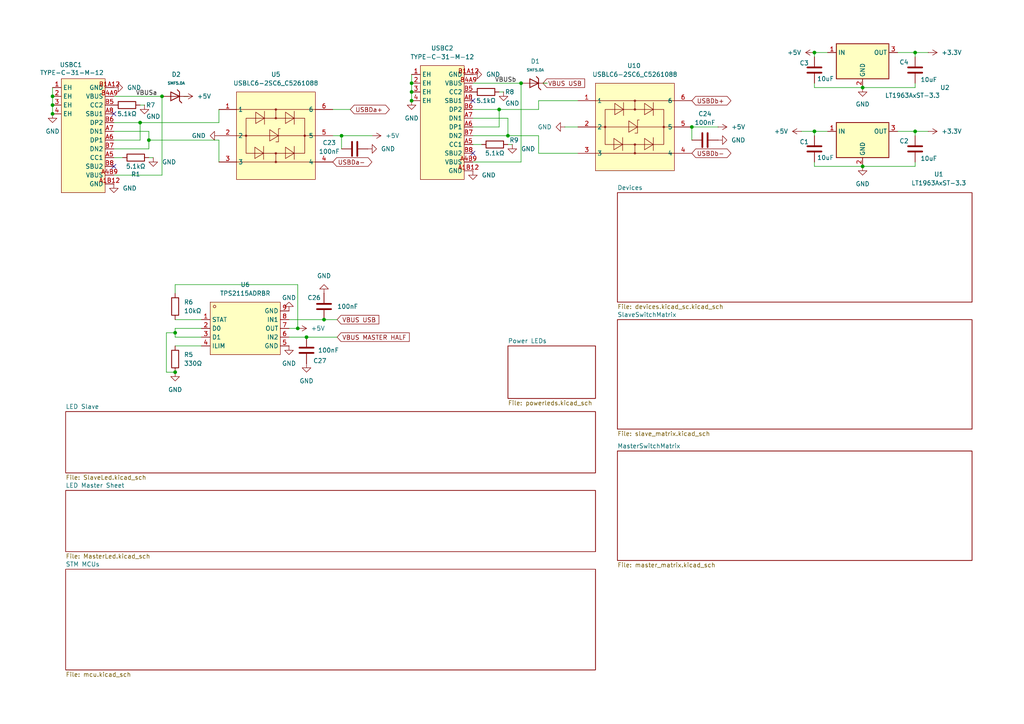
<source format=kicad_sch>
(kicad_sch (version 20250114) (generator "eeschema") (generator_version "9.0")
  (paper "A4")
  (title_block (title "Yellow Panda Split Keyboard"))
  (lib_symbols
    (symbol "Device:C" (pin_numbers (hide yes)) (pin_names (offset 0.254))
      (property "Reference" "C" (at 0.635 2.54 0))
      (property "Value" "C" (at 0.635 -2.54 0))
      (symbol "C_0_1"
        (polyline (pts (xy -2.032 0.762) (xy 2.032 0.762)) (stroke (width 0.508)))
        (polyline (pts (xy -2.032 -0.762) (xy 2.032 -0.762)) (stroke (width 0.508)))
      )
      (symbol "C_1_1"
        (pin passive line (at 0 3.81 270) (length 2.794) (name "~") (number "1"))
        (pin passive line (at 0 -3.81 90) (length 2.794) (name "~") (number "2"))
      )
    )
    (symbol "Device:R" (pin_numbers (hide yes)) (pin_names (offset 0))
      (property "Reference" "R" (at 2.032 0 90))
      (property "Value" "R" (at 0 0 90))
      (symbol "R_0_1"
        (rectangle (start -1.016 -2.54) (end 1.016 2.54) (stroke (width 0.254)))
      )
      (symbol "R_1_1"
        (pin passive line (at 0 3.81 270) (length 1.27) (name "~") (number "1"))
        (pin passive line (at 0 -3.81 90) (length 1.27) (name "~") (number "2"))
      )
    )
    (symbol "PCM_JLCPCB-Diodes:TVS-Uni,SMF5.0A" (pin_numbers (hide yes)) (pin_names (offset 0))
      (property "Reference" "D" (at 2.032 0.834 0))
      (property "Value" "SMF5.0A" (at 2.032 -1.2122 0))
      (symbol "TVS-Uni,SMF5.0A_0_1"
        (polyline (pts (xy -1.905 -1.905) (xy -1.27 -1.27) (xy 1.27 -1.27) (xy 1.905 -0.635)) (stroke (width 0.254)))
        (polyline (pts (xy -1.27 1.27) (xy 0 -1.27) (xy 1.27 1.27) (xy -1.27 1.27)) (stroke (width 0.254)))
      )
      (symbol "TVS-Uni,SMF5.0A_1_1"
        (pin passive line (at 0 3.81 270) (length 3.81) (name "~") (number "2"))
        (pin passive line (at 0 -3.81 90) (length 3.81) (name "~") (number "1"))
      )
    )
    (symbol "Regulator_Linear:LT1963AxST-3.3"
      (property "Reference" "U" (at -7.62 6.35 0))
      (property "Value" "LT1963AxST-3.3" (at -1.27 6.35 0))
      (symbol "LT1963AxST-3.3_0_1"
        (rectangle (start -7.62 5.08) (end 7.62 -5.08) (stroke (width 0.254)) (fill (type background)))
      )
      (symbol "LT1963AxST-3.3_1_1"
        (pin power_in line (at -10.16 2.54 0) (length 2.54) (name "IN") (number "1"))
        (pin power_in line (at 0 -7.62 90) (length 2.54) (name "GND") (number "2"))
        (pin power_out line (at 10.16 2.54 180) (length 2.54) (name "OUT") (number "3"))
      )
    )
    (symbol "easyeda2kicad:TPS2115ADRBR"
      (property "Reference" "U" (at 0 10.16 0))
      (property "Value" "TPS2115ADRBR" (at 0 -10.16 0))
      (symbol "TPS2115ADRBR_0_1"
        (rectangle (start -10.16 7.62) (end 10.16 -7.62) (fill (type background)))
        (circle (center -8.89 6.35) (radius 0.38))
        (pin unspecified line (at -12.7 2.54 0) (length 2.54) (name "STAT") (number "1"))
        (pin unspecified line (at -12.7 0 0) (length 2.54) (name "D0") (number "2"))
        (pin unspecified line (at -12.7 -2.54 0) (length 2.54) (name "D1") (number "3"))
        (pin unspecified line (at -12.7 -5.08 0) (length 2.54) (name "ILIM") (number "4"))
        (pin unspecified line (at 12.7 5.08 180) (length 2.54) (name "GND") (number "9"))
        (pin unspecified line (at 12.7 2.54 180) (length 2.54) (name "IN1") (number "8"))
        (pin unspecified line (at 12.7 0 180) (length 2.54) (name "OUT") (number "7"))
        (pin unspecified line (at 12.7 -2.54 180) (length 2.54) (name "IN2") (number "6"))
        (pin unspecified line (at 12.7 -5.08 180) (length 2.54) (name "GND") (number "5"))
      )
    )
    (symbol "easyeda2kicad:TYPE-C-31-M-12"
      (property "Reference" "USBC" (at 0 19.05 0))
      (property "Value" "TYPE-C-31-M-12" (at 0 -19.05 0))
      (symbol "TYPE-C-31-M-12_0_1"
        (rectangle (start -6.35 16.51) (end 6.35 -16.51) (fill (type background)))
        (pin unspecified line (at -8.89 13.97 0) (length 2.54) (name "GND") (number "A1B12"))
        (pin unspecified line (at -8.89 11.43 0) (length 2.54) (name "VBUS") (number "A4B9"))
        (pin unspecified line (at -8.89 8.89 0) (length 2.54) (name "SBU2") (number "B8"))
        (pin unspecified line (at -8.89 6.35 0) (length 2.54) (name "CC1") (number "A5"))
        (pin unspecified line (at -8.89 3.81 0) (length 2.54) (name "DN2") (number "B7"))
        (pin unspecified line (at -8.89 1.27 0) (length 2.54) (name "DP1") (number "A6"))
        (pin unspecified line (at -8.89 -1.27 0) (length 2.54) (name "DN1") (number "A7"))
        (pin unspecified line (at -8.89 -3.81 0) (length 2.54) (name "DP2") (number "B6"))
        (pin unspecified line (at -8.89 -6.35 0) (length 2.54) (name "SBU1") (number "A8"))
        (pin unspecified line (at -8.89 -8.89 0) (length 2.54) (name "CC2") (number "B5"))
        (pin unspecified line (at -8.89 -11.43 0) (length 2.54) (name "VBUS") (number "B4A9"))
        (pin unspecified line (at -8.89 -13.97 0) (length 2.54) (name "GND") (number "B1A12"))
        (pin unspecified line (at 8.89 -6.35 180) (length 2.54) (name "EH") (number "4"))
        (pin unspecified line (at 8.89 -8.89 180) (length 2.54) (name "EH") (number "3"))
        (pin unspecified line (at 8.89 -11.43 180) (length 2.54) (name "EH") (number "2"))
        (pin unspecified line (at 8.89 -13.97 180) (length 2.54) (name "EH") (number "1"))
      )
    )
    (symbol "easyeda2kicad:USBLC6-2SC6_C5261088"
      (property "Reference" "U" (at 0 12.7 0))
      (property "Value" "USBLC6-2SC6_C5261088" (at 0 -12.7 0))
      (symbol "USBLC6-2SC6_C5261088_0_1"
        (rectangle (start -11.43 12.7) (end 11.43 -12.7) (fill (type background)))
        (polyline (pts (xy -11.43 7.62) (xy 11.43 7.62)))
        (polyline (pts (xy -11.43 0) (xy 11.43 0)))
        (polyline (pts (xy -11.43 -7.62) (xy 11.43 -7.62)))
        (circle (center -8.64 0) (radius 0.25))
        (polyline (pts (xy -8.64 0) (xy -8.64 5.08) (xy 8.38 5.08) (xy 8.38 -5.08) (xy -8.64 -5.08) (xy -8.64 0)) (fill (type background)))
        (polyline (pts (xy -6.1 -6.6) (xy -3.56 -5.08) (xy -6.1 -3.3) (xy -6.1 -6.6)) (fill (type background)))
        (polyline (pts (xy -5.84 3.56) (xy -3.3 5.08) (xy -5.84 6.86) (xy -5.84 3.56)) (fill (type background)))
        (polyline (pts (xy -3.56 -3.05) (xy -3.56 -3.05) (xy -3.56 -6.86) (xy -3.56 -6.86)))
        (polyline (pts (xy -3.3 7.11) (xy -3.3 7.11) (xy -3.3 3.3) (xy -3.3 3.3)))
        (polyline (pts (xy -1.78 -1.52) (xy 0.76 0) (xy -1.78 1.78) (xy -1.78 -1.52)) (fill (type background)))
        (circle (center 0 7.62) (radius 0.25))
        (polyline (pts (xy 0 7.62) (xy 0 5.08)))
        (circle (center 0 5.08) (radius 0.25))
        (circle (center 0 -5.08) (radius 0.25))
        (polyline (pts (xy 0 -7.62) (xy 0 -5.08)))
        (circle (center 0 -7.62) (radius 0.25))
        (polyline (pts (xy 1.27 2.03) (xy 0.76 2.03) (xy 0.76 -1.78) (xy 0 -1.78)))
        (polyline (pts (xy 2.79 3.56) (xy 5.33 5.08) (xy 2.79 6.86) (xy 2.79 3.56)) (fill (type background)))
        (polyline (pts (xy 2.79 -6.6) (xy 5.33 -5.08) (xy 2.79 -3.3) (xy 2.79 -6.6)) (fill (type background)))
        (polyline (pts (xy 5.33 7.11) (xy 5.33 7.11) (xy 5.33 3.3) (xy 5.33 3.3)))
        (polyline (pts (xy 5.33 -3.05) (xy 5.33 -3.05) (xy 5.33 -6.86) (xy 5.33 -6.86)))
        (circle (center 8.38 0) (radius 0.25))
        (pin input line (at -16.51 7.62 0) (length 5.08) (name "1") (number "1"))
        (pin input line (at -16.51 0 0) (length 5.08) (name "2") (number "2"))
        (pin input line (at -16.51 -7.62 0) (length 5.08) (name "3") (number "3"))
        (pin input line (at 16.51 7.62 180) (length 5.08) (name "6") (number "6"))
        (pin input line (at 16.51 0 180) (length 5.08) (name "5") (number "5"))
        (pin input line (at 16.51 -7.62 180) (length 5.08) (name "4") (number "4"))
      )
    )
    (symbol "power:+3.3V" (power) (pin_numbers (hide yes)) (pin_names (offset 0) (hide yes))
      (property "Value" "+3.3V" (at 0 3.556 0))
      (symbol "+3.3V_0_1"
        (polyline (pts (xy -0.762 1.27) (xy 0 2.54)))
        (polyline (pts (xy 0 2.54) (xy 0.762 1.27)))
        (polyline (pts (xy 0 0) (xy 0 2.54)))
      )
      (symbol "+3.3V_1_1"
        (pin power_in line (at 0 0 90) (length 0) (name "~") (number "1"))
      )
    )
    (symbol "power:+5V" (power) (pin_numbers (hide yes)) (pin_names (offset 0) (hide yes))
      (property "Value" "+5V" (at 0 3.556 0))
      (symbol "+5V_0_1"
        (polyline (pts (xy -0.762 1.27) (xy 0 2.54)))
        (polyline (pts (xy 0 2.54) (xy 0.762 1.27)))
        (polyline (pts (xy 0 0) (xy 0 2.54)))
      )
      (symbol "+5V_1_1"
        (pin power_in line (at 0 0 90) (length 0) (name "~") (number "1"))
      )
    )
    (symbol "power:GND" (power) (pin_numbers (hide yes)) (pin_names (offset 0) (hide yes))
      (property "Value" "GND" (at 0 -3.81 0))
      (symbol "GND_0_1"
        (polyline (pts (xy 0 0) (xy 0 -1.27) (xy 1.27 -1.27) (xy 0 -2.54) (xy -1.27 -1.27) (xy 0 -1.27)))
      )
      (symbol "GND_1_1"
        (pin power_in line (at 0 0 270) (length 0) (name "~") (number "1"))
      )
    )
  )
  (junction (at 15.24 27.94))
  (junction (at 40.64 35.56))
  (junction (at 200.66 36.83))
  (junction (at 46.99 27.94))
  (junction (at 250.19 25.4))
  (junction (at 119.38 24.13))
  (junction (at 99.06 39.37))
  (junction (at 43.18 40.64))
  (junction (at 250.19 48.26))
  (junction (at 93.98 92.71))
  (junction (at 236.22 15.24))
  (junction (at 265.43 15.24))
  (junction (at 236.22 38.1))
  (junction (at 265.43 38.1))
  (junction (at 50.8 96.52))
  (junction (at 50.8 107.95))
  (junction (at 119.38 26.67))
  (junction (at 151.13 24.13))
  (junction (at 15.24 30.48))
  (junction (at 119.38 29.21))
  (junction (at 144.78 31.75))
  (junction (at 88.9 97.79))
  (junction (at 147.32 39.37))
  (junction (at 86.36 95.25))
  (junction (at 15.24 33.02))
  (no_connect (at 33.02 33.02))
  (no_connect (at 137.16 29.21))
  (no_connect (at 137.16 44.45))
  (no_connect (at 33.02 48.26))
  (wire (pts (xy 147.32 39.37) (xy 156.21 39.37)))
  (wire (pts (xy 250.19 48.26) (xy 236.22 48.26)))
  (wire (pts (xy 137.16 46.99) (xy 151.13 46.99)))
  (wire (pts (xy 86.36 82.55) (xy 50.8 82.55)))
  (wire (pts (xy 236.22 25.4) (xy 236.22 24.13)))
  (wire (pts (xy 250.19 25.4) (xy 265.43 25.4)))
  (wire (pts (xy 48.26 107.95) (xy 50.8 107.95)))
  (wire (pts (xy 43.18 40.64) (xy 63.5 40.64)))
  (wire (pts (xy 33.02 43.18) (xy 43.18 43.18)))
  (wire (pts (xy 86.36 95.25) (xy 86.36 82.55)))
  (wire (pts (xy 50.8 92.71) (xy 58.42 92.71)))
  (wire (pts (xy 156.21 44.45) (xy 167.64 44.45)))
  (wire (pts (xy 50.8 97.79) (xy 58.42 97.79)))
  (wire (pts (xy 265.43 25.4) (xy 265.43 24.13)))
  (wire (pts (xy 158.75 24.13) (xy 157.48 24.13)))
  (wire (pts (xy 50.8 82.55) (xy 50.8 85.09)))
  (wire (pts (xy 137.16 39.37) (xy 147.32 39.37)))
  (wire (pts (xy 250.19 25.4) (xy 236.22 25.4)))
  (wire (pts (xy 200.66 40.64) (xy 200.66 36.83)))
  (wire (pts (xy 236.22 39.37) (xy 236.22 38.1)))
  (wire (pts (xy 63.5 35.56) (xy 63.5 31.75)))
  (wire (pts (xy 265.43 48.26) (xy 265.43 46.99)))
  (wire (pts (xy 265.43 39.37) (xy 265.43 38.1)))
  (wire (pts (xy 137.16 36.83) (xy 144.78 36.83)))
  (wire (pts (xy 63.5 40.64) (xy 63.5 46.99)))
  (wire (pts (xy 15.24 30.48) (xy 15.24 33.02)))
  (wire (pts (xy 33.02 27.94) (xy 46.99 27.94)))
  (wire (pts (xy 83.82 95.25) (xy 86.36 95.25)))
  (wire (pts (xy 151.13 46.99) (xy 151.13 24.13)))
  (wire (pts (xy 265.43 15.24) (xy 269.24 15.24)))
  (wire (pts (xy 40.64 35.56) (xy 33.02 35.56)))
  (wire (pts (xy 119.38 24.13) (xy 119.38 26.67)))
  (wire (pts (xy 144.78 36.83) (xy 144.78 31.75)))
  (wire (pts (xy 137.16 41.91) (xy 139.7 41.91)))
  (wire (pts (xy 236.22 38.1) (xy 240.03 38.1)))
  (wire (pts (xy 83.82 92.71) (xy 93.98 92.71)))
  (wire (pts (xy 97.79 92.71) (xy 93.98 92.71)))
  (wire (pts (xy 43.18 38.1) (xy 33.02 38.1)))
  (wire (pts (xy 265.43 38.1) (xy 269.24 38.1)))
  (wire (pts (xy 156.21 39.37) (xy 156.21 44.45)))
  (wire (pts (xy 147.32 41.91) (xy 148.59 41.91)))
  (wire (pts (xy 15.24 25.4) (xy 15.24 27.94)))
  (wire (pts (xy 144.78 26.67) (xy 146.05 26.67)))
  (wire (pts (xy 147.32 34.29) (xy 147.32 39.37)))
  (wire (pts (xy 260.35 38.1) (xy 265.43 38.1)))
  (wire (pts (xy 99.06 43.18) (xy 99.06 39.37)))
  (wire (pts (xy 50.8 95.25) (xy 58.42 95.25)))
  (wire (pts (xy 15.24 27.94) (xy 15.24 30.48)))
  (wire (pts (xy 236.22 15.24) (xy 240.03 15.24)))
  (wire (pts (xy 107.95 39.37) (xy 99.06 39.37)))
  (wire (pts (xy 144.78 31.75) (xy 137.16 31.75)))
  (wire (pts (xy 156.21 29.21) (xy 167.64 29.21)))
  (wire (pts (xy 250.19 48.26) (xy 265.43 48.26)))
  (wire (pts (xy 144.78 31.75) (xy 156.21 31.75)))
  (wire (pts (xy 43.18 40.64) (xy 43.18 38.1)))
  (wire (pts (xy 33.02 50.8) (xy 46.99 50.8)))
  (wire (pts (xy 43.18 45.72) (xy 44.45 45.72)))
  (wire (pts (xy 43.18 43.18) (xy 43.18 40.64)))
  (wire (pts (xy 119.38 21.59) (xy 119.38 24.13)))
  (wire (pts (xy 50.8 95.25) (xy 50.8 96.52)))
  (wire (pts (xy 99.06 39.37) (xy 96.52 39.37)))
  (wire (pts (xy 156.21 31.75) (xy 156.21 29.21)))
  (wire (pts (xy 50.8 100.33) (xy 58.42 100.33)))
  (wire (pts (xy 167.64 36.83) (xy 163.83 36.83)))
  (wire (pts (xy 48.26 96.52) (xy 50.8 96.52)))
  (wire (pts (xy 101.6 31.75) (xy 96.52 31.75)))
  (wire (pts (xy 236.22 16.51) (xy 236.22 15.24)))
  (wire (pts (xy 260.35 15.24) (xy 265.43 15.24)))
  (wire (pts (xy 48.26 96.52) (xy 48.26 107.95)))
  (wire (pts (xy 33.02 45.72) (xy 35.56 45.72)))
  (wire (pts (xy 88.9 97.79) (xy 83.82 97.79)))
  (wire (pts (xy 147.32 34.29) (xy 137.16 34.29)))
  (wire (pts (xy 119.38 26.67) (xy 119.38 29.21)))
  (wire (pts (xy 40.64 30.48) (xy 41.91 30.48)))
  (wire (pts (xy 46.99 50.8) (xy 46.99 27.94)))
  (wire (pts (xy 40.64 40.64) (xy 40.64 35.56)))
  (wire (pts (xy 137.16 24.13) (xy 151.13 24.13)))
  (wire (pts (xy 54.61 27.94) (xy 53.34 27.94)))
  (wire (pts (xy 50.8 96.52) (xy 50.8 97.79)))
  (wire (pts (xy 33.02 40.64) (xy 40.64 40.64)))
  (wire (pts (xy 40.64 35.56) (xy 63.5 35.56)))
  (wire (pts (xy 232.41 38.1) (xy 236.22 38.1)))
  (wire (pts (xy 265.43 16.51) (xy 265.43 15.24)))
  (wire (pts (xy 236.22 48.26) (xy 236.22 46.99)))
  (wire (pts (xy 97.79 97.79) (xy 88.9 97.79)))
  (wire (pts (xy 200.66 36.83) (xy 208.28 36.83)))
  (label "VBUSb" (at 143.51 24.13 0))
  (label "VBUSa" (at 39.37 27.94 0))
  (global_label "USBDb+" (shape bidirectional) (at 200.66 29.21 0) (property "Intersheetrefs" "${INTERSHEET_REFS}" (effects (hide yes))))
  (global_label "VBUS USB" (shape input) (at 157.48 24.13 0) (property "Intersheetrefs" "${INTERSHEET_REFS}" (effects (hide yes))))
  (global_label "USBDa+" (shape bidirectional) (at 101.6 31.75 0) (property "Intersheetrefs" "${INTERSHEET_REFS}" (effects (hide yes))))
  (global_label "VBUS MASTER HALF" (shape input) (at 97.79 97.79 0) (property "Intersheetrefs" "${INTERSHEET_REFS}" (effects (hide yes))))
  (global_label "VBUS USB" (shape input) (at 97.79 92.71 0) (property "Intersheetrefs" "${INTERSHEET_REFS}" (effects (hide yes))))
  (global_label "USBDa-" (shape bidirectional) (at 96.52 46.99 0) (property "Intersheetrefs" "${INTERSHEET_REFS}" (effects (hide yes))))
  (global_label "USBDb-" (shape bidirectional) (at 200.66 44.45 0) (property "Intersheetrefs" "${INTERSHEET_REFS}" (effects (hide yes))))
  (symbol (lib_id "power:GND") (at 93.98 85.09 180) (unit 1)
    (property "Reference" "#PWR0110" (effects (hide yes)))
    (property "Value" "GND" (at 93.98 80.01 0))
    (property "Description" "Power symbol creates a global label with name \"GND\" , ground" (effects (hide yes)))
  )
  (symbol (lib_id "power:+3.3V") (at 269.24 38.1 270) (unit 1)
    (property "Reference" "#PWR04" (effects (hide yes)))
    (property "Value" "+3.3V" (at 273.05 38.0999 90) (effects (justify left)))
    (property "Description" "Power symbol creates a global label with name \"+3.3V\"" (effects (hide yes)))
  )
  (symbol (lib_id "Device:R") (at 50.8 104.14 0) (unit 1)
    (property "Reference" "R5" (at 53.34 102.8699 0) (effects (justify left)))
    (property "Value" "330Ω" (at 53.34 105.4099 0) (effects (justify left)))
    (property "Footprint" "Resistor_SMD:R_0805_2012Metric" (effects (hide yes)))
    (property "Description" "Resistor" (effects (hide yes)))
    (property "LCSC" "C17630" (effects (hide yes)))
    (property "LCSC Part" "C17630" (effects (hide yes)))
  )
  (symbol (lib_id "power:GND") (at 137.16 21.59 90) (unit 1)
    (property "Reference" "#PWR0201" (effects (hide yes)))
    (property "Value" "GND" (at 140.97 21.5899 90) (effects (justify right)))
    (property "Description" "Power symbol creates a global label with name \"GND\" , ground" (effects (hide yes)))
  )
  (symbol (lib_id "Device:C") (at 236.22 20.32 0) (unit 1)
    (property "Reference" "C3" (at 231.902 18.288 0) (effects (justify left)))
    (property "Value" "10uF" (at 236.982 22.86 0) (effects (justify left)))
    (property "Footprint" "Capacitor_SMD:C_1206_3216Metric" (effects (hide yes)))
    (property "Description" "Unpolarized capacitor" (effects (hide yes)))
    (property "LCSC" "C13585" (effects (hide yes)))
    (property "LCSC Part" "C13585" (effects (hide yes)))
  )
  (symbol (lib_id "power:GND") (at 41.91 30.48 0) (unit 1)
    (property "Reference" "#PWR0183" (effects (hide yes)))
    (property "Value" "GND" (at 42.418 33.782 0) (effects (justify left)))
    (property "Description" "Power symbol creates a global label with name \"GND\" , ground" (effects (hide yes)))
  )
  (symbol (lib_id "power:+3.3V") (at 269.24 15.24 270) (unit 1)
    (property "Reference" "#PWR0180" (effects (hide yes)))
    (property "Value" "+3.3V" (at 273.05 15.2399 90) (effects (justify left)))
    (property "Description" "Power symbol creates a global label with name \"+3.3V\"" (effects (hide yes)))
  )
  (symbol (lib_id "easyeda2kicad:TYPE-C-31-M-12") (at 128.27 35.56 180) (unit 1)
    (property "Reference" "USBC2" (at 128.27 13.97 0))
    (property "Value" "TYPE-C-31-M-12" (at 128.27 16.51 0))
    (property "Footprint" "easyeda2kicad:USB-C_SMD-TYPE-C-31-M-12_1" (effects (hide yes)))
    (property "Datasheet" "https://lcsc.com/product-detail/USB-Type-C_Korean-Hroparts-Elec-TYPE-C-31-M-12_C165948.html" (effects (hide yes)))
    (property "LCSC Part" "C165948" (effects (hide yes)))
    (property "LCSC" "C165948" (effects (hide yes)))
  )
  (symbol (lib_id "Device:C") (at 265.43 43.18 0) (unit 1)
    (property "Reference" "C2" (at 260.858 40.894 0) (effects (justify left)))
    (property "Value" "10uF" (at 266.954 45.974 0) (effects (justify left)))
    (property "Footprint" "Capacitor_SMD:C_1206_3216Metric" (effects (hide yes)))
    (property "Description" "Unpolarized capacitor" (effects (hide yes)))
    (property "LCSC" "C13585" (effects (hide yes)))
    (property "LCSC Part" "C13585" (effects (hide yes)))
  )
  (symbol (lib_id "power:+5V") (at 107.95 39.37 270) (unit 1)
    (property "Reference" "#PWR012" (effects (hide yes)))
    (property "Value" "+5V" (at 111.76 39.3699 90) (effects (justify left)))
    (property "Description" "Power symbol creates a global label with name \"+5V\"" (effects (hide yes)))
  )
  (symbol (lib_id "power:GND") (at 106.68 43.18 90) (unit 1)
    (property "Reference" "#PWR013" (effects (hide yes)))
    (property "Value" "GND" (at 110.49 43.1799 90) (effects (justify right)))
    (property "Description" "Power symbol creates a global label with name \"GND\" , ground" (effects (hide yes)))
  )
  (symbol (lib_id "PCM_JLCPCB-Diodes:TVS-Uni,SMF5.0A") (at 50.8 27.94 90) (unit 1)
    (property "Reference" "D2" (at 51.1175 21.59 90))
    (property "Value" "SMF5.0A" (at 51.1175 24.13 90) (effects (font (size 0.8 0.8))))
    (property "Footprint" "PCM_JLCPCB:D_SOD-123FL" (effects (hide yes)))
    (property "Datasheet" "https://wmsc.lcsc.com/wmsc/upload/file/pdf/v2/lcsc/2312041000_hongjiacheng-SMF5-0A_C19077497.pdf" (effects (hide yes)))
    (property "Description" "27.4A 7.3V 200W 6.4V Unidirectional 5V SOD-123FL ESD and Surge Protection (TVS/ESD) ROHS" (effects (hide yes)))
    (property "LCSC" "C19077497" (effects (hide yes)))
    (property "Stock" "158412" (effects (hide yes)))
    (property "Price" "0.028USD" (effects (hide yes)))
    (property "Process" "SMT" (effects (hide yes)))
    (property "Minimum Qty" "15" (effects (hide yes)))
    (property "Attrition Qty" "4" (effects (hide yes)))
    (property "Class" "Preferred Component" (effects (hide yes)))
    (property "Category" "Circuit Protection,ESD And Surge Protection (TVS/ESD)" (effects (hide yes)))
    (property "Manufacturer" "hongjiacheng" (effects (hide yes)))
    (property "Part" "SMF5.0A" (effects (hide yes)))
    (property "LCSC Part" "C19077497" (effects (hide yes)))
  )
  (symbol (lib_id "easyeda2kicad:USBLC6-2SC6_C5261088") (at 184.15 36.83 0) (unit 1)
    (property "Reference" "U10" (at 183.896 19.05 0))
    (property "Value" "USBLC6-2SC6_C5261088" (at 184.15 21.59 0))
    (property "Footprint" "easyeda2kicad:SOT-23-6_L2.9-W1.6-P0.95-LS2.8-BR" (effects (hide yes)))
    (property "LCSC Part" "C5261088" (effects (hide yes)))
    (property "LCSC" "C5261088" (effects (hide yes)))
  )
  (symbol (lib_id "power:GND") (at 208.28 40.64 90) (unit 1)
    (property "Reference" "#PWR041" (effects (hide yes)))
    (property "Value" "GND" (at 212.09 40.6399 90) (effects (justify right)))
    (property "Description" "Power symbol creates a global label with name \"GND\" , ground" (effects (hide yes)))
  )
  (symbol (lib_id "Device:R") (at 140.97 26.67 270) (unit 1)
    (property "Reference" "R8" (at 147.828 26.67 90))
    (property "Value" "5.1kΩ" (at 140.97 29.21 90))
    (property "Footprint" "Resistor_SMD:R_0603_1608Metric" (effects (hide yes)))
    (property "LCSC" "C2907114" (effects (hide yes)))
    (property "LCSC Part" "C2907114" (effects (hide yes)))
  )
  (symbol (lib_id "PCM_JLCPCB-Diodes:TVS-Uni,SMF5.0A") (at 154.94 24.13 90) (unit 1)
    (property "Reference" "D1" (at 155.2575 17.78 90))
    (property "Value" "SMF5.0A" (at 155.2575 20.32 90) (effects (font (size 0.8 0.8))))
    (property "Footprint" "PCM_JLCPCB:D_SOD-123FL" (effects (hide yes)))
    (property "Datasheet" "https://wmsc.lcsc.com/wmsc/upload/file/pdf/v2/lcsc/2312041000_hongjiacheng-SMF5-0A_C19077497.pdf" (effects (hide yes)))
    (property "Description" "27.4A 7.3V 200W 6.4V Unidirectional 5V SOD-123FL ESD and Surge Protection (TVS/ESD) ROHS" (effects (hide yes)))
    (property "LCSC" "C19077497" (effects (hide yes)))
    (property "Stock" "158412" (effects (hide yes)))
    (property "Price" "0.028USD" (effects (hide yes)))
    (property "Process" "SMT" (effects (hide yes)))
    (property "Minimum Qty" "15" (effects (hide yes)))
    (property "Attrition Qty" "4" (effects (hide yes)))
    (property "Class" "Preferred Component" (effects (hide yes)))
    (property "Category" "Circuit Protection,ESD And Surge Protection (TVS/ESD)" (effects (hide yes)))
    (property "Manufacturer" "hongjiacheng" (effects (hide yes)))
    (property "Part" "SMF5.0A" (effects (hide yes)))
    (property "LCSC Part" "C19077497" (effects (hide yes)))
  )
  (symbol (lib_id "Regulator_Linear:LT1963AxST-3.3") (at 250.19 40.64 0) (unit 1)
    (property "Reference" "U1" (at 272.288 50.546 0))
    (property "Value" "LT1963AxST-3.3" (at 272.288 53.086 0))
    (property "Footprint" "Package_TO_SOT_SMD:SOT-223-3_TabPin2" (effects (hide yes)))
    (property "Datasheet" "https://www.analog.com/media/en/technical-documentation/data-sheets/1963aff.pdf" (effects (hide yes)))
    (property "Description" "3.3V, 1.5A, Low Noise, Fast Transient Response LDO Regulator, SOT-223" (effects (hide yes)))
    (property "LCSC" "C6186" (effects (hide yes)))
    (property "LCSC Part" "C6186" (effects (hide yes)))
  )
  (symbol (lib_id "power:GND") (at 148.59 41.91 0) (unit 1)
    (property "Reference" "#PWR0188" (effects (hide yes)))
    (property "Value" "GND" (at 151.13 43.1799 0) (effects (justify left)))
    (property "Description" "Power symbol creates a global label with name \"GND\" , ground" (effects (hide yes)))
  )
  (symbol (lib_id "Device:C") (at 93.98 88.9 0) (unit 1)
    (property "Reference" "C26" (at 89.154 86.36 0) (effects (justify left)))
    (property "Value" "100nF" (at 97.79 88.9 0) (effects (justify left)))
    (property "Footprint" "Capacitor_SMD:C_0805_2012Metric" (effects (hide yes)))
    (property "Description" "Unpolarized capacitor" (effects (hide yes)))
    (property "LCSC" "C48579599" (effects (hide yes)))
    (property "LCSC Part" "C48579599" (effects (hide yes)))
  )
  (symbol (lib_id "Device:R") (at 143.51 41.91 270) (unit 1)
    (property "Reference" "R9" (at 149.098 40.64 90))
    (property "Value" "5.1kΩ" (at 143.51 44.45 90))
    (property "Footprint" "Resistor_SMD:R_0603_1608Metric" (effects (hide yes)))
    (property "LCSC" "C2907114" (effects (hide yes)))
    (property "LCSC Part" "C2907114" (effects (hide yes)))
  )
  (symbol (lib_id "power:GND") (at 15.24 33.02 0) (unit 1)
    (property "Reference" "#PWR015" (effects (hide yes)))
    (property "Value" "GND" (at 15.24 38.1 0))
    (property "Description" "Power symbol creates a global label with name \"GND\" , ground" (effects (hide yes)))
  )
  (symbol (lib_id "power:GND") (at 250.19 48.26 0) (unit 1)
    (property "Reference" "#PWR09" (effects (hide yes)))
    (property "Value" "GND" (at 250.19 53.34 0))
    (property "Description" "Power symbol creates a global label with name \"GND\" , ground" (effects (hide yes)))
  )
  (symbol (lib_id "power:+5V") (at 208.28 36.83 270) (unit 1)
    (property "Reference" "#PWR014" (effects (hide yes)))
    (property "Value" "+5V" (at 212.09 36.8299 90) (effects (justify left)))
    (property "Description" "Power symbol creates a global label with name \"+5V\"" (effects (hide yes)))
  )
  (symbol (lib_id "power:GND") (at 83.82 100.33 0) (unit 1)
    (property "Reference" "#PWR0108" (effects (hide yes)))
    (property "Value" "GND" (at 83.82 105.41 0))
    (property "Description" "Power symbol creates a global label with name \"GND\" , ground" (effects (hide yes)))
  )
  (symbol (lib_id "power:+5V") (at 53.34 27.94 270) (unit 1)
    (property "Reference" "#PWR01" (effects (hide yes)))
    (property "Value" "+5V" (at 57.15 27.9399 90) (effects (justify left)))
    (property "Description" "Power symbol creates a global label with name \"+5V\"" (effects (hide yes)))
  )
  (symbol (lib_id "Device:C") (at 102.87 43.18 90) (unit 1)
    (property "Reference" "C23" (at 95.504 41.402 90))
    (property "Value" "100nF" (at 95.504 43.942 90))
    (property "Footprint" "Capacitor_SMD:C_0805_2012Metric" (effects (hide yes)))
    (property "Description" "Unpolarized capacitor" (effects (hide yes)))
    (property "LCSC" "C48579599" (effects (hide yes)))
    (property "LCSC Part" "C48579599" (effects (hide yes)))
  )
  (symbol (lib_id "power:GND") (at 163.83 36.83 270) (unit 1)
    (property "Reference" "#PWR0185" (effects (hide yes)))
    (property "Value" "GND" (at 160.02 36.8299 90) (effects (justify right)))
    (property "Description" "Power symbol creates a global label with name \"GND\" , ground" (effects (hide yes)))
  )
  (symbol (lib_id "easyeda2kicad:TYPE-C-31-M-12") (at 24.13 39.37 180) (unit 1)
    (property "Reference" "USBC1" (at 20.574 18.796 0))
    (property "Value" "TYPE-C-31-M-12" (at 20.828 21.082 0))
    (property "Footprint" "easyeda2kicad:USB-C_SMD-TYPE-C-31-M-12_1" (effects (hide yes)))
    (property "Datasheet" "https://lcsc.com/product-detail/USB-Type-C_Korean-Hroparts-Elec-TYPE-C-31-M-12_C165948.html" (effects (hide yes)))
    (property "LCSC Part" "C165948" (effects (hide yes)))
    (property "LCSC" "C165948" (effects (hide yes)))
  )
  (symbol (lib_id "power:GND") (at 119.38 29.21 0) (unit 1)
    (property "Reference" "#PWR016" (effects (hide yes)))
    (property "Value" "GND" (at 119.38 34.29 0))
    (property "Description" "Power symbol creates a global label with name \"GND\" , ground" (effects (hide yes)))
  )
  (symbol (lib_id "Regulator_Linear:LT1963AxST-3.3") (at 250.19 17.78 0) (unit 1)
    (property "Reference" "U2" (at 274.066 25.4 0))
    (property "Value" "LT1963AxST-3.3" (at 264.668 27.686 0))
    (property "Footprint" "Package_TO_SOT_SMD:SOT-223-3_TabPin2" (effects (hide yes)))
    (property "Datasheet" "https://www.analog.com/media/en/technical-documentation/data-sheets/1963aff.pdf" (effects (hide yes)))
    (property "Description" "3.3V, 1.5A, Low Noise, Fast Transient Response LDO Regulator, SOT-223" (effects (hide yes)))
    (property "LCSC" "C6186" (effects (hide yes)))
    (property "LCSC Part" "C6186" (effects (hide yes)))
  )
  (symbol (lib_id "Device:C") (at 88.9 101.6 180) (unit 1)
    (property "Reference" "C27" (at 94.742 104.648 0) (effects (justify left)))
    (property "Value" "100nF" (at 98.298 101.6 0) (effects (justify left)))
    (property "Footprint" "Capacitor_SMD:C_0805_2012Metric" (effects (hide yes)))
    (property "Description" "Unpolarized capacitor" (effects (hide yes)))
    (property "LCSC" "C48579599" (effects (hide yes)))
    (property "LCSC Part" "C48579599" (effects (hide yes)))
  )
  (symbol (lib_id "Device:C") (at 204.47 40.64 90) (unit 1)
    (property "Reference" "C24" (at 204.47 33.02 90))
    (property "Value" "100nF" (at 204.47 35.56 90))
    (property "Footprint" "Capacitor_SMD:C_0805_2012Metric" (effects (hide yes)))
    (property "Description" "Unpolarized capacitor" (effects (hide yes)))
    (property "LCSC" "C48579599" (effects (hide yes)))
    (property "LCSC Part" "C48579599" (effects (hide yes)))
  )
  (symbol (lib_id "Device:C") (at 265.43 20.32 0) (unit 1)
    (property "Reference" "C4" (at 260.858 18.034 0) (effects (justify left)))
    (property "Value" "10uF" (at 266.954 23.114 0) (effects (justify left)))
    (property "Footprint" "Capacitor_SMD:C_1206_3216Metric" (effects (hide yes)))
    (property "Description" "Unpolarized capacitor" (effects (hide yes)))
    (property "LCSC" "C13585" (effects (hide yes)))
    (property "LCSC Part" "C13585" (effects (hide yes)))
  )
  (symbol (lib_id "easyeda2kicad:TPS2115ADRBR") (at 71.12 95.25 0) (unit 1)
    (property "Reference" "U6" (at 71.12 82.55 0))
    (property "Value" "TPS2115ADRBR" (at 71.12 85.09 0))
    (property "Footprint" "easyeda2kicad:SON-8_L3.0-W3.0-P0.65-LS3.0-BL-EP" (effects (hide yes)))
    (property "Datasheet" "https://lcsc.com/product-detail/PMIC-Battery-Management_TI_TPS2115ADRBR_TPS2115ADRBR_C140321.html" (effects (hide yes)))
    (property "LCSC Part" "C140321" (effects (hide yes)))
    (property "LCSC" "C140321" (effects (hide yes)))
  )
  (symbol (lib_id "Device:R") (at 39.37 45.72 270) (unit 1)
    (property "Reference" "R1" (at 39.37 50.546 90))
    (property "Value" "5.1kΩ" (at 39.37 48.26 90))
    (property "Footprint" "Resistor_SMD:R_0603_1608Metric" (effects (hide yes)))
    (property "LCSC" "C2907114" (effects (hide yes)))
    (property "LCSC Part" "C2907114" (effects (hide yes)))
  )
  (symbol (lib_id "power:GND") (at 83.82 90.17 180) (unit 1)
    (property "Reference" "#PWR0109" (effects (hide yes)))
    (property "Value" "GND" (at 83.82 86.36 0))
    (property "Description" "Power symbol creates a global label with name \"GND\" , ground" (effects (hide yes)))
  )
  (symbol (lib_id "Device:C") (at 236.22 43.18 0) (unit 1)
    (property "Reference" "C1" (at 231.902 41.148 0) (effects (justify left)))
    (property "Value" "10uF" (at 236.982 45.72 0) (effects (justify left)))
    (property "Footprint" "Capacitor_SMD:C_1206_3216Metric" (effects (hide yes)))
    (property "Description" "Unpolarized capacitor" (effects (hide yes)))
    (property "LCSC" "C13585" (effects (hide yes)))
    (property "LCSC Part" "C13585" (effects (hide yes)))
  )
  (symbol (lib_id "power:GND") (at 88.9 105.41 0) (unit 1)
    (property "Reference" "#PWR0111" (effects (hide yes)))
    (property "Value" "GND" (at 88.9 110.49 0))
    (property "Description" "Power symbol creates a global label with name \"GND\" , ground" (effects (hide yes)))
  )
  (symbol (lib_id "power:+5V") (at 232.41 38.1 90) (unit 1)
    (property "Reference" "#PWR03" (effects (hide yes)))
    (property "Value" "+5V" (at 228.6 38.0999 90) (effects (justify left)))
    (property "Description" "Power symbol creates a global label with name \"+5V\"" (effects (hide yes)))
  )
  (symbol (lib_id "Device:R") (at 36.83 30.48 270) (unit 1)
    (property "Reference" "R7" (at 43.688 30.48 90))
    (property "Value" "5.1kΩ" (at 36.83 33.02 90))
    (property "Footprint" "Resistor_SMD:R_0603_1608Metric" (effects (hide yes)))
    (property "LCSC" "C2907114" (effects (hide yes)))
    (property "LCSC Part" "C2907114" (effects (hide yes)))
  )
  (symbol (lib_id "Device:R") (at 50.8 88.9 0) (unit 1)
    (property "Reference" "R6" (at 53.34 87.6299 0) (effects (justify left)))
    (property "Value" "10kΩ" (at 53.34 90.1699 0) (effects (justify left)))
    (property "Footprint" "Resistor_SMD:R_0805_2012Metric" (effects (hide yes)))
    (property "Description" "Resistor" (effects (hide yes)))
    (property "LCSC" "C84376" (effects (hide yes)))
    (property "LCSC Part" "C84376" (effects (hide yes)))
  )
  (symbol (lib_id "power:GND") (at 137.16 49.53 0) (unit 1)
    (property "Reference" "#PWR0189" (effects (hide yes)))
    (property "Value" "GND" (at 139.7 50.7999 0) (effects (justify left)))
    (property "Description" "Power symbol creates a global label with name \"GND\" , ground" (effects (hide yes)))
  )
  (symbol (lib_id "easyeda2kicad:USBLC6-2SC6_C5261088") (at 80.01 39.37 0) (unit 1)
    (property "Reference" "U5" (at 80.01 21.59 0))
    (property "Value" "USBLC6-2SC6_C5261088" (at 80.01 24.13 0))
    (property "Footprint" "easyeda2kicad:SOT-23-6_L2.9-W1.6-P0.95-LS2.8-BR" (effects (hide yes)))
    (property "LCSC Part" "C5261088" (effects (hide yes)))
    (property "LCSC" "C5261088" (effects (hide yes)))
  )
  (symbol (lib_id "power:GND") (at 63.5 39.37 270) (unit 1)
    (property "Reference" "#PWR011" (effects (hide yes)))
    (property "Value" "GND" (at 59.69 39.3699 90) (effects (justify right)))
    (property "Description" "Power symbol creates a global label with name \"GND\" , ground" (effects (hide yes)))
  )
  (symbol (lib_id "power:GND") (at 33.02 25.4 90) (unit 1)
    (property "Reference" "#PWR0190" (effects (hide yes)))
    (property "Value" "GND" (at 36.83 25.3999 90) (effects (justify right)))
    (property "Description" "Power symbol creates a global label with name \"GND\" , ground" (effects (hide yes)))
  )
  (symbol (lib_id "power:GND") (at 44.45 45.72 0) (unit 1)
    (property "Reference" "#PWR07" (effects (hide yes)))
    (property "Value" "GND" (at 46.99 46.9899 0) (effects (justify left)))
    (property "Description" "Power symbol creates a global label with name \"GND\" , ground" (effects (hide yes)))
  )
  (symbol (lib_id "power:+5V") (at 86.36 95.25 270) (unit 1)
    (property "Reference" "#PWR05" (effects (hide yes)))
    (property "Value" "+5V" (at 90.17 95.2499 90) (effects (justify left)))
    (property "Description" "Power symbol creates a global label with name \"+5V\"" (effects (hide yes)))
  )
  (symbol (lib_id "power:GND") (at 50.8 107.95 0) (unit 1)
    (property "Reference" "#PWR0114" (effects (hide yes)))
    (property "Value" "GND" (at 50.8 113.03 0))
    (property "Description" "Power symbol creates a global label with name \"GND\" , ground" (effects (hide yes)))
  )
  (symbol (lib_id "power:GND") (at 33.02 53.34 0) (unit 1)
    (property "Reference" "#PWR0184" (effects (hide yes)))
    (property "Value" "GND" (at 35.56 54.6099 0) (effects (justify left)))
    (property "Description" "Power symbol creates a global label with name \"GND\" , ground" (effects (hide yes)))
  )
  (symbol (lib_id "power:+5V") (at 236.22 15.24 90) (unit 1)
    (property "Reference" "#PWR02" (effects (hide yes)))
    (property "Value" "+5V" (at 232.41 15.2399 90) (effects (justify left)))
    (property "Description" "Power symbol creates a global label with name \"+5V\"" (effects (hide yes)))
  )
  (symbol (lib_id "power:GND") (at 250.19 25.4 0) (unit 1)
    (property "Reference" "#PWR010" (effects (hide yes)))
    (property "Value" "GND" (at 250.19 30.226 0))
    (property "Description" "Power symbol creates a global label with name \"GND\" , ground" (effects (hide yes)))
  )
  (symbol (lib_id "power:GND") (at 146.05 26.67 0) (unit 1)
    (property "Reference" "#PWR0187" (effects (hide yes)))
    (property "Value" "GND" (at 146.558 29.972 0) (effects (justify left)))
    (property "Description" "Power symbol creates a global label with name \"GND\" , ground" (effects (hide yes)))
  )
  (sheet (at 179.07 130.81) (size 102.87 31.75) (stroke (width 0.1524))
    (property "Sheetname" "MasterSwitchMatrix" (at 179.07 130.0984 0) (effects (justify left bottom)))
    (property "Sheetfile" "master_matrix.kicad_sch" (at 179.07 163.1446 0) (effects (justify left top)))
  )
  (sheet (at 147.32 100.33) (size 25.4 15.24) (stroke (width 0.1524))
    (property "Sheetname" "Power LEDs" (at 147.32 99.6184 0) (effects (justify left bottom)))
    (property "Sheetfile" "powerleds.kicad_sch" (at 147.32 116.1546 0) (effects (justify left top)))
  )
  (sheet (at 19.05 119.38) (size 153.67 17.78) (stroke (width 0.1524))
    (property "Sheetname" "LED Slave" (at 19.05 118.6684 0) (effects (justify left bottom)))
    (property "Sheetfile" "SlaveLed.kicad_sch" (at 19.05 137.7446 0) (effects (justify left top)))
  )
  (sheet (at 19.05 142.24) (size 153.67 17.78) (stroke (width 0.1524))
    (property "Sheetname" "LED Master Sheet" (at 19.05 141.5284 0) (effects (justify left bottom)))
    (property "Sheetfile" "MasterLed.kicad_sch" (at 19.05 160.6046 0) (effects (justify left top)))
  )
  (sheet (at 179.07 55.88) (size 102.87 31.75) (stroke (width 0.1524))
    (property "Sheetname" "Devices" (at 179.07 55.1684 0) (effects (justify left bottom)))
    (property "Sheetfile" "devices.kicad_sc.kicad_sch" (at 179.07 88.2146 0) (effects (justify left top)))
  )
  (sheet (at 179.07 92.71) (size 102.87 31.75) (stroke (width 0.1524))
    (property "Sheetname" "SlaveSwitchMatrix" (at 179.07 91.9984 0) (effects (justify left bottom)))
    (property "Sheetfile" "slave_matrix.kicad_sch" (at 179.07 125.0446 0) (effects (justify left top)))
  )
  (sheet (at 19.05 165.1) (size 153.67 29.21) (stroke (width 0.1524))
    (property "Sheetname" "STM MCUs" (at 19.05 164.3884 0) (effects (justify left bottom)))
    (property "Sheetfile" "mcu.kicad_sch" (at 19.05 194.8946 0) (effects (justify left top)))
  )
)
</source>
